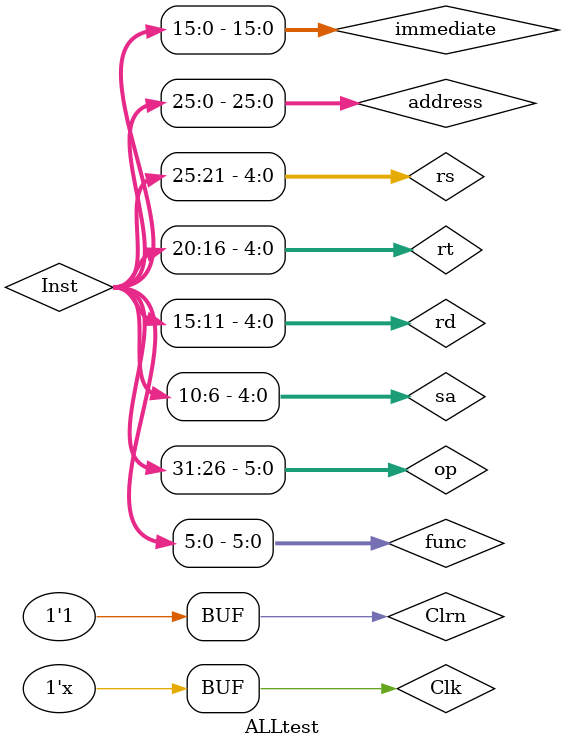
<source format=v>
`timescale 1ns / 1ps

module ALLtest();
    reg Clk,Clrn;
    wire [31:0] Inst,NEXTADDR,Qb,Qa,InstAddr,D;
    wire[31:0]Q0,Q1,Q2,Q3,Q4,Q5,Q6,Q7,Q8,Q9,Q10,Q11,Q12,Q13,Q31;
    wire [31:0]PCadd4,EXTIMM,InstL2,EXTIMML2,X,Y,Dout,I_Addr,
    R,D0,Q30,Q29,Q28,Q27,Q26,Q25,Q24,Q23,Q22,Q21,Q20,Q19,Q18,Q17,
    Q16,Q15,Q14;
    wire Z,Regrt,Se,Wreg,Aluqa,Aluqb,Reg2reg,Cout,Wmem,Jal;
    wire [3:0]Aluc;
    wire [1:0]Pcsrc;
    wire [4:0]Wr,Wr0;
    //¶ÔÖ¸Áî½øÐÐ·Ö½âµÄÏà¹Ø±äÁ¿
    wire [4:0]rs,rt,rd,sa;
    wire [5:0]op,func;
    wire [15:0]immediate;
    wire [25:0]address;
    assign op=Inst[31:26];
    assign func=Inst[5:0];
    assign rs=Inst[25:21];
    assign rt=Inst[20:16];
    assign rd=Inst[15:11];
    assign sa=Inst[10:6];
    assign immediate=Inst[15:0];
    assign address=Inst[25:0];
    initial begin 
        Clk=0;  
        Clrn=0; // resetÇåÁãpc
        #5
        Clrn<=1; // pc¿ªÊ¼½ÓÊÜµØÖ·
    end
    always #5 Clk=~Clk;  // ¹ý5ns°ÑClk·­×ªÒ»´Î

    //InstAddrÎªPC¼Ä´æÆ÷¸ø³öµÄÖ¸ÁîµØÖ·
    PC PC_0(Clk,Clrn,NEXTADDR,InstAddr);
    //PCadd4ÎªÖ¸ÁîµØÖ·+4ºóµÄµØÖ·
    PCadd4 PCadd4_0(InstAddr,PCadd4);
    //Ö¸Áî´æ´¢Æ÷£¬InstÎª¸ù¾ÝÖ¸ÁîµØÖ·Êä³öµÄÖ¸Áî
    INSTMEM INSTMEM_0(InstAddr,Inst);
    //¿ØÖÆÄ£¿é CONUNIT(Op,Func,Z,Regrt,Se,Wreg,Aluqa,Aluqb,Aluc,Wmem,Pcsrc,Reg2reg,Jal)
    CONUNIT CONUNIT_0(op,func,Z,Regrt,Se,Wreg,Aluqa,Aluqb,Aluc,Wmem,Pcsrc,Reg2reg,Jal);
    //MUX2X5(A0,A1,S,Y),¸ù¾ÝRÐÍÖ¸Áî¡¢IÐÍÖ¸ÁîÑ¡ÔñWrµÄÊäÈë¶Ë
    MUX2X5 MUX2X5_1(rd,rt,Regrt,Wr0);
    //¸ù¾ÝjalÖ¸ÁîÑ¡Ôñ31ºÅ¼Ä´æÆ÷½«Ö¸ÁîµØÖ·Ð´Èë
    MUX2X5 MUX2X5_2(Wr0,31,Jal,Wr);
    //EXT16T32(X,Se,Y) ¸ù¾ÝÐÅºÅ¶ÔÁ¢¼´Êý½øÐÐÁãÀ©Õ¹ºÍ·ûºÅÀ©Õ¹
    EXT16T32 EXT16T32_0(immediate,Se,EXTIMM);
    //ÓÃÓÚJÐÍÖ¸Áî£¬ÊµÏÖÖ¸ÁîµØÖ·µÄÆ´½Ó,InstL2ÎªÖ¸ÁîjÌø×ªºóµÄµØÖ·
    SHIFTER_COMBINATION SHIFTER_COMBINATION_0(address,PCadd4,InstL2);
    //¶ÔÀ©Õ¹ºóµÄÁ¢¼´Êý×óÒÆÁ½Î»
    SHIFTER32_L2 SHIFTER32_L2_0(EXTIMM,EXTIMML2);
    //¼Ä´æÆ÷¶Ñ£¬ÕâÀïÊä³öÁËËùÓÐ¼Ä´æÆ÷µÄÖµ
    REGFILE REGFILE_0(rs,rt,D,Wr,Wreg,Clk,Clrn,Qa,Qb,
    Q31,Q30,Q29,Q28,Q27,Q26,Q25,Q24,Q23,Q22,Q21,Q20,Q19,Q18,Q17,Q16,
    Q15,Q14,Q13,Q12,Q11,Q10,Q9,Q8,Q7,Q6,Q5,Q4,Q3,Q2,Q1,Q0);
    //¸ù¾ÝRÐÍÖ¸ÁîºÍIÐÍÖ¸Áî¶ÔALUµÄÊäÈë¶ËXS½øÐÐÑ¡Ôñ
    MUX2X32 MUX2X32_1(EXTIMM,Qb,Aluqb,Y);
    //¸ù¾ÝRÐÍÖ¸ÁîºÍIÐÍÖ¸Áî¶ÔALUµÄÊäÈë¶ËX½øÐÐÑ¡Ôñ
    MUX2X32 MUX2X32_2(Qa,Inst,Aluqa,X);
    //Âß¼­µ¥Ôª
    ALU ALU_0(X,Y,Aluc,R,Z);
    //Êý¾Ý´æ´¢µ¥Ôª
    DATAMEM DATAMEM_0(R,Qb,Clk,Wmem,Dout); 
    //Ñ¡ÔñÐ´Èë¶Ë
    MUX2X32 MUX2X32_3(Dout,R,Reg2reg,D0);
    //ÓÃÓÚJalÖ¸Áî,Ñ¡ÔñÐ´ÈëPCADD4µÄÖµ
    MUX2X32 MUX2X32_4(D0,PCadd4,Jal,D);
    //IÐÍÖ¸ÁîµÄÌõ¼þ·ÖÖ§Ö¸ÁîÌø×ªµØÖ·
    Adder_cout add(0, PCadd4,EXTIMML2,I_Addr,Cout);
    //¶ÔÏÂÒ»¸öÖÜÆÚµÄÖ¸ÁîµØÖ·½øÐÐÑ¡Ôñ
    MUX4X32 MUX4X32_0(PCadd4,I_Addr,Qa,InstL2,Pcsrc,NEXTADDR);
endmodule

</source>
